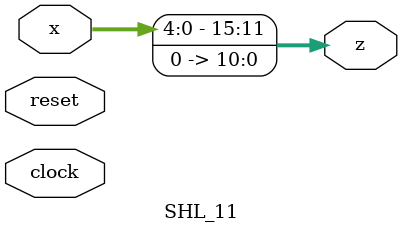
<source format=v>
module SHL_11(

    clock,
    reset,
    x,
    z);

input [15:0] x;
output [15:0] z;
input clock;
input reset;
wire [15:0] x;
wire [15:0] z;
assign z = x << 11;
endmodule //SHL_11

</source>
